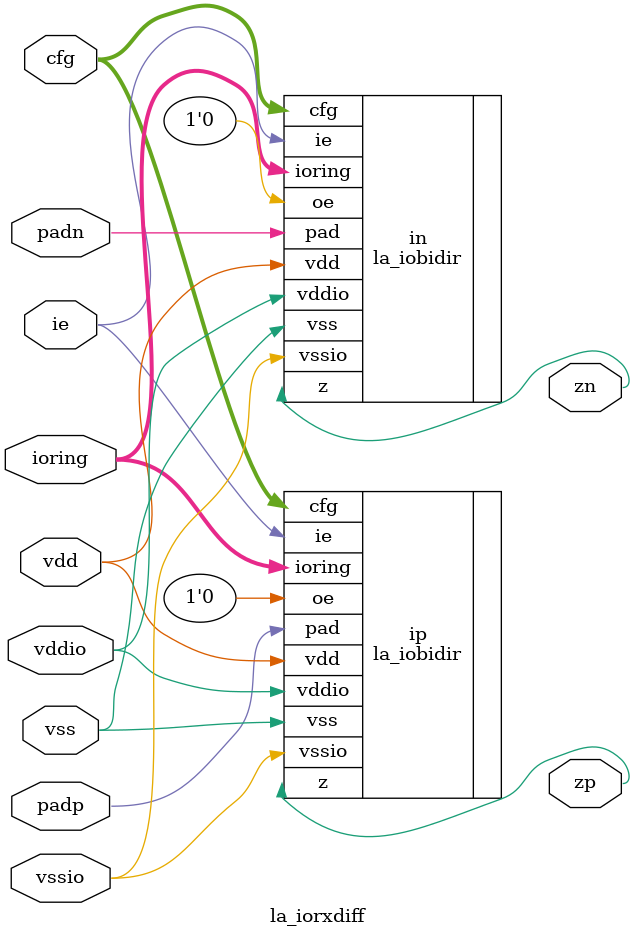
<source format=v>
/*****************************************************************************
 * Function: Digital Differential Receiver IO Cell
 * Copyright: Lambda Project Authors. All rights Reserved.
 * License:  MIT (see LICENSE file in Lambda repository)
 *
 * Docs:
 *
 * ../README.md
 *
 ****************************************************************************/
module la_iorxdiff #(
    parameter PROP  = "DEFAULT",  // cell property
    parameter SIDE  = "NO",       // "NO", "SO", "EA", "WE"
    parameter CFGW  = 16,         // width of core config bus
    parameter RINGW = 8           // width of io ring
) (  // io pad signals
    inout              padp,    // differential pad input (positive)
    inout              padn,    // differential pad input (negative)
    inout              vdd,     // core supply
    inout              vss,     // core ground
    inout              vddio,   // io supply
    inout              vssio,   // io ground
    // core facing signals
    output             zp,      // digital output to core (positive)
    output             zn,      // digital output to core (negative)
    input              ie,      // input enable, 1 = active
    inout  [RINGW-1:0] ioring,  // generic ioring interface
    input  [ CFGW-1:0] cfg      // generic config interface
);

  la_iobidir #(
      .PROP (PROP),
      .SIDE (SIDE),
      .CFGW (CFGW),
      .RINGW(RINGW)
  ) ip (
      .pad(padp),
      .vdd(vdd),
      .vss(vss),
      .vddio(vddio),
      .vssio(vssio),
      .z(zp),
      .ie(ie),
      .oe(1'b0),
      .ioring(ioring),
      .cfg(cfg)
  );

  la_iobidir #(
      .PROP (PROP),
      .SIDE (SIDE),
      .CFGW (CFGW),
      .RINGW(RINGW)
  ) in (
      .pad(padn),
      .vdd(vdd),
      .vss(vss),
      .vddio(vddio),
      .vssio(vssio),
      .z(zn),
      .ie(ie),
      .oe(1'b0),
      .ioring(ioring),
      .cfg(cfg)
  );

endmodule

</source>
